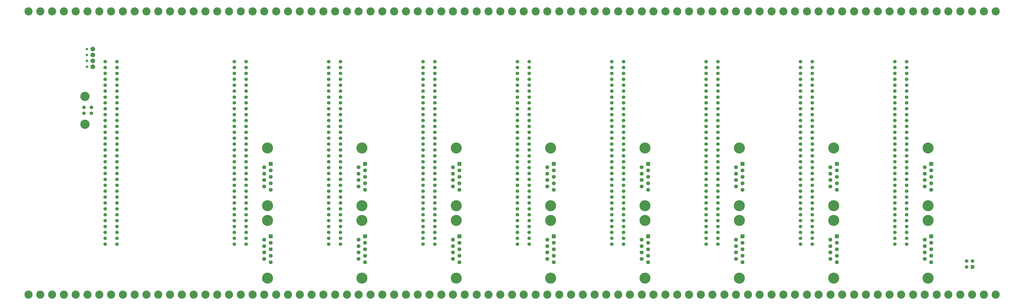
<source format=gbr>
%FSTAX23Y23*%
%MOIN*%
%SFA1B1*%

%IPPOS*%
%ADD12C,0.060000*%
%ADD13C,0.157480*%
%ADD14C,0.137795*%
%ADD15C,0.187401*%
%ADD16R,0.066535X0.066535*%
%ADD17C,0.066535*%
%ADD18C,0.043307*%
%ADD19C,0.078740*%
%ADD20R,0.059055X0.059055*%
%ADD21C,0.059055*%
%LNbackplane_pads_top-1*%
%LPD*%
G54D12*
X0287Y0531D03*
Y05409D03*
X02996D03*
Y0531D03*
X1682Y06185D03*
Y06085D03*
Y05985D03*
Y05885D03*
Y05785D03*
Y05685D03*
Y05584D03*
Y05485D03*
Y05385D03*
Y05285D03*
Y05185D03*
Y05085D03*
Y04985D03*
Y04885D03*
Y04785D03*
Y04685D03*
Y04585D03*
Y04485D03*
Y04385D03*
Y04285D03*
Y04185D03*
Y04085D03*
Y03985D03*
Y03885D03*
Y03785D03*
Y03685D03*
Y03585D03*
Y03485D03*
Y03385D03*
Y03285D03*
Y03185D03*
Y03085D03*
X1662Y06185D03*
Y06085D03*
Y05985D03*
Y05885D03*
Y05785D03*
Y05685D03*
Y05584D03*
Y05485D03*
Y05385D03*
Y05285D03*
Y05185D03*
Y05085D03*
Y04985D03*
Y04885D03*
Y04785D03*
Y04685D03*
Y04585D03*
Y04485D03*
Y04385D03*
Y04285D03*
Y04185D03*
Y04085D03*
Y03985D03*
Y03885D03*
Y03785D03*
Y03685D03*
Y03585D03*
Y03485D03*
Y03385D03*
Y03285D03*
Y03185D03*
Y03085D03*
X1522Y06185D03*
Y06085D03*
Y05985D03*
Y05885D03*
Y05785D03*
Y05685D03*
Y05584D03*
Y05485D03*
Y05385D03*
Y05285D03*
Y05185D03*
Y05085D03*
Y04985D03*
Y04885D03*
Y04785D03*
Y04685D03*
Y04585D03*
Y04485D03*
Y04385D03*
Y04285D03*
Y04185D03*
Y04085D03*
Y03985D03*
Y03885D03*
Y03785D03*
Y03685D03*
Y03585D03*
Y03485D03*
Y03385D03*
Y03285D03*
Y03185D03*
Y03085D03*
X1502Y06185D03*
Y06085D03*
Y05985D03*
Y05885D03*
Y05785D03*
Y05685D03*
Y05584D03*
Y05485D03*
Y05385D03*
Y05285D03*
Y05185D03*
Y05085D03*
Y04985D03*
Y04885D03*
Y04785D03*
Y04685D03*
Y04585D03*
Y04485D03*
Y04385D03*
Y04285D03*
Y04185D03*
Y04085D03*
Y03985D03*
Y03885D03*
Y03785D03*
Y03685D03*
Y03585D03*
Y03485D03*
Y03385D03*
Y03285D03*
Y03185D03*
Y03085D03*
X1362Y06185D03*
Y06085D03*
Y05985D03*
Y05885D03*
Y05785D03*
Y05685D03*
Y05584D03*
Y05485D03*
Y05385D03*
Y05285D03*
Y05185D03*
Y05085D03*
Y04985D03*
Y04885D03*
Y04785D03*
Y04685D03*
Y04585D03*
Y04485D03*
Y04385D03*
Y04285D03*
Y04185D03*
Y04085D03*
Y03985D03*
Y03885D03*
Y03785D03*
Y03685D03*
Y03585D03*
Y03485D03*
Y03385D03*
Y03285D03*
Y03185D03*
Y03085D03*
X1342Y06185D03*
Y06085D03*
Y05985D03*
Y05885D03*
Y05785D03*
Y05685D03*
Y05584D03*
Y05485D03*
Y05385D03*
Y05285D03*
Y05185D03*
Y05085D03*
Y04985D03*
Y04885D03*
Y04785D03*
Y04685D03*
Y04585D03*
Y04485D03*
Y04385D03*
Y04285D03*
Y04185D03*
Y04085D03*
Y03985D03*
Y03885D03*
Y03785D03*
Y03685D03*
Y03585D03*
Y03485D03*
Y03385D03*
Y03285D03*
Y03185D03*
Y03085D03*
X1202Y06185D03*
Y06085D03*
Y05985D03*
Y05885D03*
Y05785D03*
Y05685D03*
Y05584D03*
Y05485D03*
Y05385D03*
Y05285D03*
Y05185D03*
Y05085D03*
Y04985D03*
Y04885D03*
Y04785D03*
Y04685D03*
Y04585D03*
Y04485D03*
Y04385D03*
Y04285D03*
Y04185D03*
Y04085D03*
Y03985D03*
Y03885D03*
Y03785D03*
Y03685D03*
Y03585D03*
Y03485D03*
Y03385D03*
Y03285D03*
Y03185D03*
Y03085D03*
X1182Y06185D03*
Y06085D03*
Y05985D03*
Y05885D03*
Y05785D03*
Y05685D03*
Y05584D03*
Y05485D03*
Y05385D03*
Y05285D03*
Y05185D03*
Y05085D03*
Y04985D03*
Y04885D03*
Y04785D03*
Y04685D03*
Y04585D03*
Y04485D03*
Y04385D03*
Y04285D03*
Y04185D03*
Y04085D03*
Y03985D03*
Y03885D03*
Y03785D03*
Y03685D03*
Y03585D03*
Y03485D03*
Y03385D03*
Y03285D03*
Y03185D03*
Y03085D03*
X1042Y06185D03*
Y06085D03*
Y05985D03*
Y05885D03*
Y05785D03*
Y05685D03*
Y05584D03*
Y05485D03*
Y05385D03*
Y05285D03*
Y05185D03*
Y05085D03*
Y04985D03*
Y04885D03*
Y04785D03*
Y04685D03*
Y04585D03*
Y04485D03*
Y04385D03*
Y04285D03*
Y04185D03*
Y04085D03*
Y03985D03*
Y03885D03*
Y03785D03*
Y03685D03*
Y03585D03*
Y03485D03*
Y03385D03*
Y03285D03*
Y03185D03*
Y03085D03*
X1022Y06185D03*
Y06085D03*
Y05985D03*
Y05885D03*
Y05785D03*
Y05685D03*
Y05584D03*
Y05485D03*
Y05385D03*
Y05285D03*
Y05185D03*
Y05085D03*
Y04985D03*
Y04885D03*
Y04785D03*
Y04685D03*
Y04585D03*
Y04485D03*
Y04385D03*
Y04285D03*
Y04185D03*
Y04085D03*
Y03985D03*
Y03885D03*
Y03785D03*
Y03685D03*
Y03585D03*
Y03485D03*
Y03385D03*
Y03285D03*
Y03185D03*
Y03085D03*
X0882Y06185D03*
Y06085D03*
Y05985D03*
Y05885D03*
Y05785D03*
Y05685D03*
Y05584D03*
Y05485D03*
Y05385D03*
Y05285D03*
Y05185D03*
Y05085D03*
Y04985D03*
Y04885D03*
Y04785D03*
Y04685D03*
Y04585D03*
Y04485D03*
Y04385D03*
Y04285D03*
Y04185D03*
Y04085D03*
Y03985D03*
Y03885D03*
Y03785D03*
Y03685D03*
Y03585D03*
Y03485D03*
Y03385D03*
Y03285D03*
Y03185D03*
Y03085D03*
X0862Y06185D03*
Y06085D03*
Y05985D03*
Y05885D03*
Y05785D03*
Y05685D03*
Y05584D03*
Y05485D03*
Y05385D03*
Y05285D03*
Y05185D03*
Y05085D03*
Y04985D03*
Y04885D03*
Y04785D03*
Y04685D03*
Y04585D03*
Y04485D03*
Y04385D03*
Y04285D03*
Y04185D03*
Y04085D03*
Y03985D03*
Y03885D03*
Y03785D03*
Y03685D03*
Y03585D03*
Y03485D03*
Y03385D03*
Y03285D03*
Y03185D03*
Y03085D03*
X0722Y06185D03*
Y06085D03*
Y05985D03*
Y05885D03*
Y05785D03*
Y05685D03*
Y05584D03*
Y05485D03*
Y05385D03*
Y05285D03*
Y05185D03*
Y05085D03*
Y04985D03*
Y04885D03*
Y04785D03*
Y04685D03*
Y04585D03*
Y04485D03*
Y04385D03*
Y04285D03*
Y04185D03*
Y04085D03*
Y03985D03*
Y03885D03*
Y03785D03*
Y03685D03*
Y03585D03*
Y03485D03*
Y03385D03*
Y03285D03*
Y03185D03*
Y03085D03*
X0702Y06185D03*
Y06085D03*
Y05985D03*
Y05885D03*
Y05785D03*
Y05685D03*
Y05584D03*
Y05485D03*
Y05385D03*
Y05285D03*
Y05185D03*
Y05085D03*
Y04985D03*
Y04885D03*
Y04785D03*
Y04685D03*
Y04585D03*
Y04485D03*
Y04385D03*
Y04285D03*
Y04185D03*
Y04085D03*
Y03985D03*
Y03885D03*
Y03785D03*
Y03685D03*
Y03585D03*
Y03485D03*
Y03385D03*
Y03285D03*
Y03185D03*
Y03085D03*
X0343Y06185D03*
Y06085D03*
Y05985D03*
Y05885D03*
Y05785D03*
Y05685D03*
Y05584D03*
Y05485D03*
Y05385D03*
Y05285D03*
Y05185D03*
Y05085D03*
Y04985D03*
Y04885D03*
Y04785D03*
Y04685D03*
Y04585D03*
Y04485D03*
Y04385D03*
Y04285D03*
Y04185D03*
Y04085D03*
Y03985D03*
Y03885D03*
Y03785D03*
Y03685D03*
Y03585D03*
Y03485D03*
Y03385D03*
Y03285D03*
Y03185D03*
Y03085D03*
X0323Y06185D03*
Y06085D03*
Y05985D03*
Y05885D03*
Y05785D03*
Y05685D03*
Y05584D03*
Y05485D03*
Y05385D03*
Y05285D03*
Y05185D03*
Y05085D03*
Y04985D03*
Y04885D03*
Y04785D03*
Y04685D03*
Y04585D03*
Y04485D03*
Y04385D03*
Y04285D03*
Y04185D03*
Y04085D03*
Y03985D03*
Y03885D03*
Y03785D03*
Y03685D03*
Y03585D03*
Y03485D03*
Y03385D03*
Y03285D03*
Y03185D03*
Y03085D03*
X0562Y06185D03*
Y06085D03*
Y05985D03*
Y05885D03*
Y05785D03*
Y05685D03*
Y05584D03*
Y05485D03*
Y05385D03*
Y05285D03*
Y05185D03*
Y05085D03*
Y04985D03*
Y04885D03*
Y04785D03*
Y04685D03*
Y04585D03*
Y04485D03*
Y04385D03*
Y04285D03*
Y04185D03*
Y04085D03*
Y03985D03*
Y03885D03*
Y03785D03*
Y03685D03*
Y03585D03*
Y03485D03*
Y03385D03*
Y03285D03*
Y03185D03*
Y03085D03*
X0542Y06185D03*
Y06085D03*
Y05985D03*
Y05885D03*
Y05785D03*
Y05685D03*
Y05584D03*
Y05485D03*
Y05385D03*
Y05285D03*
Y05185D03*
Y05085D03*
Y04985D03*
Y04885D03*
Y04785D03*
Y04685D03*
Y04585D03*
Y04485D03*
Y04385D03*
Y04285D03*
Y04185D03*
Y04085D03*
Y03985D03*
Y03885D03*
Y03785D03*
Y03685D03*
Y03585D03*
Y03485D03*
Y03385D03*
Y03285D03*
Y03185D03*
Y03085D03*
G54D13*
X02889Y05597D03*
Y05122D03*
G54D14*
X0533Y02229D03*
X0553D03*
X0513D03*
X0453D03*
X0493D03*
X0473D03*
X0393D03*
X0433D03*
X0413D03*
X0233D03*
X0253D03*
X0213D03*
X0293D03*
X0313D03*
X0273D03*
X0333D03*
X0373D03*
X0353D03*
X0193D03*
X0553Y07041D03*
X0533D03*
X0493D03*
X0513D03*
X0433D03*
X0413D03*
X0453D03*
X0473D03*
X0313D03*
X0293D03*
X0253D03*
X0273D03*
X0353D03*
X0333D03*
X0373D03*
X0393D03*
X0193D03*
X0213D03*
X0233D03*
X0573Y02229D03*
Y07041D03*
X0613D03*
X05929D03*
X0653D03*
X0633D03*
X05929Y02229D03*
X0613D03*
X0633D03*
X0653D03*
X0673Y07041D03*
X0693D03*
X0713D03*
X0733D03*
X07529D03*
X0773D03*
X0793D03*
X0813D03*
X0833D03*
X0853D03*
X0873D03*
X0893D03*
X09129D03*
X09329D03*
X0953D03*
X0973D03*
X0993D03*
X1013D03*
X10329D03*
X1053D03*
X10729D03*
X1093D03*
X1113D03*
X1133D03*
X1153D03*
X11729D03*
X1193D03*
X12129D03*
X1233D03*
X12529D03*
X1273D03*
X1293D03*
X1313D03*
X1333D03*
X13529D03*
X1373D03*
X13929D03*
X1413D03*
X14329D03*
X1453D03*
X1473D03*
X14929D03*
X1513D03*
X15329D03*
X1553D03*
X15729D03*
X1593D03*
X1613D03*
X1633D03*
X1653D03*
X16729D03*
X1693D03*
X17129D03*
X1733D03*
X17529D03*
X1773D03*
X1793D03*
X0673Y02229D03*
X0693D03*
X0713D03*
X0733D03*
X07529D03*
X0773D03*
X0793D03*
X0813D03*
X0833D03*
X0853D03*
X0873D03*
X0893D03*
X09129D03*
X09329D03*
X0953D03*
X0973D03*
X0993D03*
X1013D03*
X10329D03*
X1053D03*
X10729D03*
X1093D03*
X1113D03*
X1133D03*
X1153D03*
X11729D03*
X1193D03*
X12129D03*
X1233D03*
X12529D03*
X1273D03*
X1293D03*
X1313D03*
X1333D03*
X13529D03*
X1373D03*
X13929D03*
X1413D03*
X14329D03*
X1453D03*
X1473D03*
X14929D03*
X1513D03*
X15329D03*
X1553D03*
X15729D03*
X1593D03*
X1613D03*
X1633D03*
X1653D03*
X16729D03*
X1693D03*
X17129D03*
X1733D03*
X17529D03*
X1773D03*
X1793D03*
X1813Y07041D03*
X1833D03*
Y0223D03*
X1813D03*
G54D15*
X05984Y02508D03*
Y03491D03*
Y03738D03*
Y04721D03*
X07584Y02508D03*
Y03491D03*
X09184Y02508D03*
Y03491D03*
X10784Y02508D03*
Y03491D03*
X12384Y02508D03*
Y03491D03*
X13984Y02508D03*
Y03491D03*
X15584Y02508D03*
Y03491D03*
X17184Y02508D03*
Y03491D03*
Y03738D03*
Y04721D03*
X15584Y03738D03*
Y04721D03*
X13984Y03738D03*
Y04721D03*
X12384Y03738D03*
Y04721D03*
X10784Y03738D03*
Y04721D03*
X09184Y03738D03*
Y04721D03*
X07584Y03738D03*
Y04721D03*
G54D16*
X06039Y03218D03*
Y04448D03*
X07639Y03218D03*
X09239D03*
X10839D03*
X12439D03*
X14039D03*
X15639D03*
X17239D03*
Y04448D03*
X15639D03*
X14039D03*
X12439D03*
X10839D03*
X09239D03*
X07639D03*
G54D17*
X05928Y03163D03*
X06039Y03109D03*
X05928Y03054D03*
X06039Y03D03*
X05928Y02945D03*
X06039Y0289D03*
X05928Y02836D03*
X06039Y02781D03*
X05928Y04393D03*
X06039Y04339D03*
X05928Y04284D03*
X06039Y0423D03*
X05928Y04175D03*
X06039Y0412D03*
X05928Y04066D03*
X06039Y04011D03*
X07528Y03163D03*
X07639Y03109D03*
X07528Y03054D03*
X07639Y03D03*
X07528Y02945D03*
X07639Y0289D03*
X07528Y02836D03*
X07639Y02781D03*
X09128Y03163D03*
X09239Y03109D03*
X09128Y03054D03*
X09239Y03D03*
X09128Y02945D03*
X09239Y0289D03*
X09128Y02836D03*
X09239Y02781D03*
X10728Y03163D03*
X10839Y03109D03*
X10728Y03054D03*
X10839Y03D03*
X10728Y02945D03*
X10839Y0289D03*
X10728Y02836D03*
X10839Y02781D03*
X12328Y03163D03*
X12439Y03109D03*
X12328Y03054D03*
X12439Y03D03*
X12328Y02945D03*
X12439Y0289D03*
X12328Y02836D03*
X12439Y02781D03*
X13928Y03163D03*
X14039Y03109D03*
X13928Y03054D03*
X14039Y03D03*
X13928Y02945D03*
X14039Y0289D03*
X13928Y02836D03*
X14039Y02781D03*
X15528Y03163D03*
X15639Y03109D03*
X15528Y03054D03*
X15639Y03D03*
X15528Y02945D03*
X15639Y0289D03*
X15528Y02836D03*
X15639Y02781D03*
X17128Y03163D03*
X17239Y03109D03*
X17128Y03054D03*
X17239Y03D03*
X17128Y02945D03*
X17239Y0289D03*
X17128Y02836D03*
X17239Y02781D03*
X17128Y04393D03*
X17239Y04339D03*
X17128Y04284D03*
X17239Y0423D03*
X17128Y04175D03*
X17239Y0412D03*
X17128Y04066D03*
X17239Y04011D03*
X15528Y04393D03*
X15639Y04339D03*
X15528Y04284D03*
X15639Y0423D03*
X15528Y04175D03*
X15639Y0412D03*
X15528Y04066D03*
X15639Y04011D03*
X13928Y04393D03*
X14039Y04339D03*
X13928Y04284D03*
X14039Y0423D03*
X13928Y04175D03*
X14039Y0412D03*
X13928Y04066D03*
X14039Y04011D03*
X12328Y04393D03*
X12439Y04339D03*
X12328Y04284D03*
X12439Y0423D03*
X12328Y04175D03*
X12439Y0412D03*
X12328Y04066D03*
X12439Y04011D03*
X10728Y04393D03*
X10839Y04339D03*
X10728Y04284D03*
X10839Y0423D03*
X10728Y04175D03*
X10839Y0412D03*
X10728Y04066D03*
X10839Y04011D03*
X09128Y04393D03*
X09239Y04339D03*
X09128Y04284D03*
X09239Y0423D03*
X09128Y04175D03*
X09239Y0412D03*
X09128Y04066D03*
X09239Y04011D03*
X07528Y04393D03*
X07639Y04339D03*
X07528Y04284D03*
X07639Y0423D03*
X07528Y04175D03*
X07639Y0412D03*
X07528Y04066D03*
X07639Y04011D03*
G54D18*
X0292Y061D03*
Y064D03*
Y063D03*
Y062D03*
G54D19*
X0302Y061D03*
Y064D03*
Y063D03*
Y062D03*
G54D20*
X17939Y027D03*
G54D21*
X17839Y027D03*
X17939Y028D03*
X17839D03*
M02*
</source>
